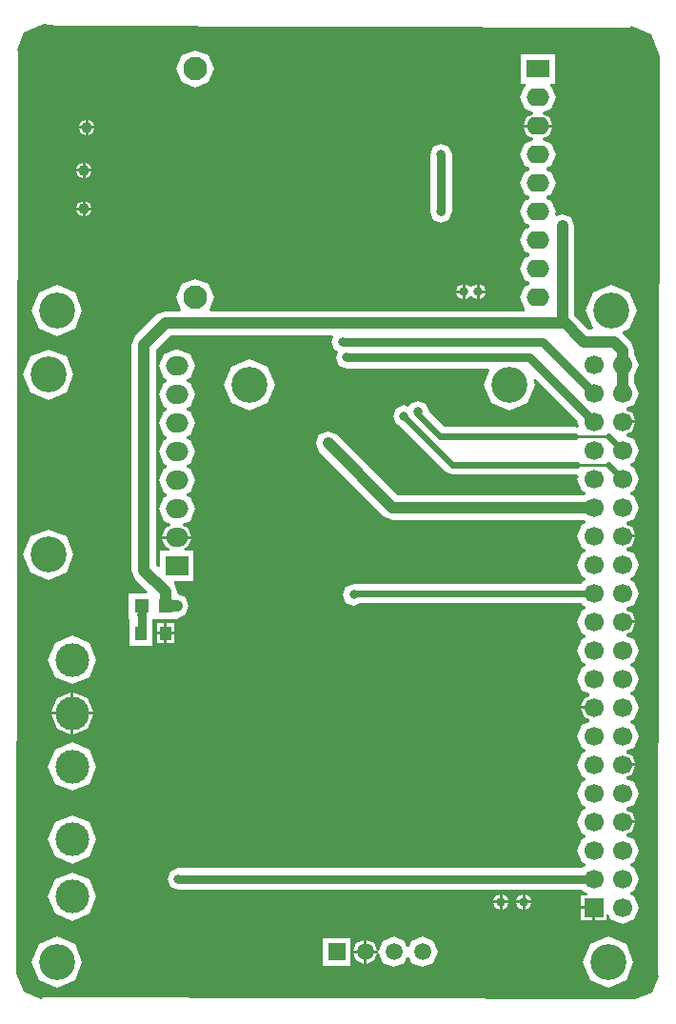
<source format=gtl>
%FSLAX24Y24*%
%MOIN*%
G70*
G01*
G75*
G04 Layer_Physical_Order=1*
G04 Layer_Color=255*
%ADD10R,0.0400X0.0500*%
%ADD11R,0.0500X0.0500*%
%ADD12C,0.0315*%
%ADD13C,0.0394*%
%ADD14C,0.0236*%
%ADD15C,0.0100*%
%ADD16C,0.0827*%
%ADD17O,0.0787X0.0630*%
%ADD18R,0.0787X0.0630*%
%ADD19C,0.1181*%
%ADD20C,0.0591*%
%ADD21R,0.0591X0.0591*%
%ADD22C,0.1260*%
%ADD23C,0.0669*%
%ADD24C,0.0669*%
%ADD25R,0.0669X0.0669*%
%ADD26O,0.0787X0.0669*%
%ADD27R,0.0787X0.0669*%
%ADD28C,0.0315*%
%ADD29C,0.0394*%
G36*
X30650Y45750D02*
X50600Y45700D01*
X50700D01*
Y45712D01*
X50765Y45755D01*
X51465Y45465D01*
X51782Y44700D01*
X51700Y12550D01*
X51700D01*
X51741Y12489D01*
X51512Y11938D01*
X50900Y11684D01*
X30150Y11750D01*
Y11750D01*
X30085Y11707D01*
X29499Y11949D01*
X29230Y12600D01*
X29300Y44850D01*
X29297D01*
X29253Y44915D01*
X29511Y45539D01*
X30200Y45824D01*
X30650Y45750D01*
D02*
G37*
%LPC*%
G36*
X47050Y15358D02*
Y15150D01*
X47258D01*
X47197Y15297D01*
X47050Y15358D01*
D02*
G37*
G36*
X31190Y18142D02*
X30587Y17893D01*
X30338Y17290D01*
X30587Y16687D01*
X31190Y16438D01*
X31793Y16687D01*
X32042Y17290D01*
X31793Y17893D01*
X31190Y18142D01*
D02*
G37*
G36*
Y20692D02*
X30587Y20443D01*
X30338Y19840D01*
X30587Y19237D01*
X31190Y18988D01*
X31793Y19237D01*
X32042Y19840D01*
X31793Y20443D01*
X31190Y20692D01*
D02*
G37*
G36*
X46150Y15358D02*
X46003Y15297D01*
X45942Y15150D01*
X46150D01*
Y15358D01*
D02*
G37*
G36*
X46250D02*
Y15150D01*
X46458D01*
X46397Y15297D01*
X46250Y15358D01*
D02*
G37*
G36*
X46950D02*
X46803Y15297D01*
X46742Y15150D01*
X46950D01*
Y15358D01*
D02*
G37*
G36*
X31140Y21650D02*
X30463D01*
X30661Y21171D01*
X31140Y20973D01*
Y21650D01*
D02*
G37*
G36*
X31190Y24422D02*
X30587Y24173D01*
X30338Y23570D01*
X30587Y22967D01*
X31190Y22718D01*
X31793Y22967D01*
X32042Y23570D01*
X31793Y24173D01*
X31190Y24422D01*
D02*
G37*
G36*
X34400Y24450D02*
X34150D01*
Y24150D01*
X34400D01*
Y24450D01*
D02*
G37*
G36*
X34750D02*
X34500D01*
Y24150D01*
X34750D01*
Y24450D01*
D02*
G37*
G36*
X31917Y21650D02*
X31240D01*
Y20973D01*
X31719Y21171D01*
X31917Y21650D01*
D02*
G37*
G36*
X31140Y22427D02*
X30661Y22229D01*
X30463Y21750D01*
X31140D01*
Y22427D01*
D02*
G37*
G36*
X31240D02*
Y21750D01*
X31917D01*
X31719Y22229D01*
X31240Y22427D01*
D02*
G37*
G36*
X47258Y15050D02*
X47050D01*
Y14842D01*
X47197Y14903D01*
X47258Y15050D01*
D02*
G37*
G36*
X41400Y13300D02*
X41043D01*
X41147Y13047D01*
X41400Y12943D01*
Y13300D01*
D02*
G37*
G36*
X41857D02*
X41500D01*
Y12943D01*
X41753Y13047D01*
X41857Y13300D01*
D02*
G37*
G36*
X41400Y13757D02*
X41147Y13653D01*
X41043Y13400D01*
X41400D01*
Y13757D01*
D02*
G37*
G36*
X30650Y13895D02*
X30017Y13633D01*
X29755Y13000D01*
X30017Y12367D01*
X30650Y12105D01*
X31283Y12367D01*
X31545Y13000D01*
X31283Y13633D01*
X30650Y13895D01*
D02*
G37*
G36*
X49950D02*
X49317Y13633D01*
X49055Y13000D01*
X49317Y12367D01*
X49950Y12105D01*
X50583Y12367D01*
X50845Y13000D01*
X50583Y13633D01*
X49950Y13895D01*
D02*
G37*
G36*
X40942Y13842D02*
X39958D01*
Y12858D01*
X40942D01*
Y13842D01*
D02*
G37*
G36*
X41500Y13757D02*
Y13400D01*
X41857D01*
X41753Y13653D01*
X41500Y13757D01*
D02*
G37*
G36*
X46150Y15050D02*
X45942D01*
X46003Y14903D01*
X46150Y14842D01*
Y15050D01*
D02*
G37*
G36*
X46458D02*
X46250D01*
Y14842D01*
X46397Y14903D01*
X46458Y15050D01*
D02*
G37*
G36*
X46950D02*
X46742D01*
X46803Y14903D01*
X46950Y14842D01*
Y15050D01*
D02*
G37*
G36*
X43450Y13883D02*
X43073Y13727D01*
X42989Y13524D01*
X42911D01*
X42827Y13727D01*
X42450Y13883D01*
X42073Y13727D01*
X41937Y13397D01*
X41911D01*
Y13303D01*
X41937D01*
X42073Y12973D01*
X42450Y12817D01*
X42827Y12973D01*
X42911Y13176D01*
X42989D01*
X43073Y12973D01*
X43450Y12817D01*
X43827Y12973D01*
X43983Y13350D01*
X43827Y13727D01*
X43450Y13883D01*
D02*
G37*
G36*
X31190Y16142D02*
X30587Y15893D01*
X30338Y15290D01*
X30587Y14687D01*
X31190Y14438D01*
X31793Y14687D01*
X32042Y15290D01*
X31793Y15893D01*
X31190Y16142D01*
D02*
G37*
G36*
X49400Y14850D02*
X49015D01*
Y14465D01*
X49400D01*
Y14850D01*
D02*
G37*
G36*
X31550Y40650D02*
X31342D01*
X31403Y40503D01*
X31550Y40442D01*
Y40650D01*
D02*
G37*
G36*
X31858D02*
X31650D01*
Y40442D01*
X31797Y40503D01*
X31858Y40650D01*
D02*
G37*
G36*
X31550Y40958D02*
X31403Y40897D01*
X31342Y40750D01*
X31550D01*
Y40958D01*
D02*
G37*
G36*
X31650Y39608D02*
Y39400D01*
X31858D01*
X31797Y39547D01*
X31650Y39608D01*
D02*
G37*
G36*
X31858Y39300D02*
X31650D01*
Y39092D01*
X31797Y39153D01*
X31858Y39300D01*
D02*
G37*
G36*
X44100Y41634D02*
X43829Y41521D01*
X43716Y41250D01*
Y39250D01*
X43829Y38979D01*
X44100Y38866D01*
X44371Y38979D01*
X44484Y39250D01*
X44484Y39250D01*
X44484Y39250D01*
Y41250D01*
X44371Y41521D01*
X44100Y41634D01*
D02*
G37*
G36*
X31550Y39608D02*
X31403Y39547D01*
X31342Y39400D01*
X31550D01*
Y39608D01*
D02*
G37*
G36*
X31750Y42458D02*
Y42250D01*
X31958D01*
X31897Y42397D01*
X31750Y42458D01*
D02*
G37*
G36*
X48091Y44762D02*
X46909D01*
Y43738D01*
X47061D01*
X47076Y43661D01*
X47030Y43642D01*
X46867Y43250D01*
X47030Y42858D01*
X47322Y42737D01*
Y42658D01*
X47104Y42568D01*
X46993Y42300D01*
X48007D01*
X47896Y42568D01*
X47678Y42658D01*
Y42737D01*
X47970Y42858D01*
X48133Y43250D01*
X47970Y43642D01*
X47924Y43661D01*
X47939Y43738D01*
X48091D01*
Y44762D01*
D02*
G37*
G36*
X35500Y44911D02*
X35033Y44717D01*
X34839Y44250D01*
X35033Y43783D01*
X35500Y43589D01*
X35967Y43783D01*
X36161Y44250D01*
X35967Y44717D01*
X35500Y44911D01*
D02*
G37*
G36*
X31650Y42458D02*
X31503Y42397D01*
X31442Y42250D01*
X31650D01*
Y42458D01*
D02*
G37*
G36*
Y40958D02*
Y40750D01*
X31858D01*
X31797Y40897D01*
X31650Y40958D01*
D02*
G37*
G36*
Y42150D02*
X31442D01*
X31503Y42003D01*
X31650Y41942D01*
Y42150D01*
D02*
G37*
G36*
X31958D02*
X31750D01*
Y41942D01*
X31897Y42003D01*
X31958Y42150D01*
D02*
G37*
G36*
X37400Y34095D02*
X36767Y33833D01*
X36505Y33200D01*
X36767Y32567D01*
X37400Y32305D01*
X38033Y32567D01*
X38295Y33200D01*
X38033Y33833D01*
X37400Y34095D01*
D02*
G37*
G36*
X30350Y34445D02*
X29717Y34183D01*
X29455Y33550D01*
X29717Y32917D01*
X30350Y32655D01*
X30983Y32917D01*
X31245Y33550D01*
X30983Y34183D01*
X30350Y34445D01*
D02*
G37*
G36*
X30650Y36695D02*
X30017Y36433D01*
X29755Y35800D01*
X30017Y35167D01*
X30650Y34905D01*
X31283Y35167D01*
X31545Y35800D01*
X31283Y36433D01*
X30650Y36695D01*
D02*
G37*
G36*
X34909Y34425D02*
X34791D01*
X34384Y34257D01*
X34216Y33850D01*
X34384Y33443D01*
X34514Y33389D01*
Y33311D01*
X34384Y33257D01*
X34216Y32850D01*
X34384Y32443D01*
X34514Y32389D01*
Y32311D01*
X34384Y32257D01*
X34216Y31850D01*
X34384Y31443D01*
X34514Y31389D01*
Y31311D01*
X34384Y31257D01*
X34216Y30850D01*
X34384Y30443D01*
X34514Y30389D01*
Y30311D01*
X34384Y30257D01*
X34216Y29850D01*
X34384Y29443D01*
X34514Y29389D01*
Y29311D01*
X34384Y29257D01*
X34216Y28850D01*
X34384Y28443D01*
X34641Y28337D01*
Y28258D01*
X34458Y28183D01*
X34341Y27900D01*
X35359D01*
X35242Y28183D01*
X35059Y28258D01*
Y28337D01*
X35316Y28443D01*
X35484Y28850D01*
X35316Y29257D01*
X35186Y29311D01*
Y29389D01*
X35316Y29443D01*
X35484Y29850D01*
X35316Y30257D01*
X35186Y30311D01*
Y30389D01*
X35316Y30443D01*
X35484Y30850D01*
X35316Y31257D01*
X35186Y31311D01*
Y31389D01*
X35316Y31443D01*
X35484Y31850D01*
X35316Y32257D01*
X35186Y32311D01*
Y32389D01*
X35316Y32443D01*
X35484Y32850D01*
X35316Y33257D01*
X35186Y33311D01*
Y33389D01*
X35316Y33443D01*
X35484Y33850D01*
X35316Y34257D01*
X34909Y34425D01*
D02*
G37*
G36*
X34400Y24850D02*
X34150D01*
Y24550D01*
X34400D01*
Y24850D01*
D02*
G37*
G36*
X34750D02*
X34500D01*
Y24550D01*
X34750D01*
Y24850D01*
D02*
G37*
G36*
X30350Y28145D02*
X29717Y27883D01*
X29455Y27250D01*
X29717Y26617D01*
X30350Y26355D01*
X30983Y26617D01*
X31245Y27250D01*
X30983Y27883D01*
X30350Y28145D01*
D02*
G37*
G36*
X45450Y36708D02*
Y36500D01*
X45658D01*
X45597Y36647D01*
X45450Y36708D01*
D02*
G37*
G36*
X45350D02*
X45203Y36647D01*
X45189Y36614D01*
X45111D01*
X45097Y36647D01*
X44950Y36708D01*
Y36450D01*
Y36192D01*
X45097Y36253D01*
X45111Y36286D01*
X45189D01*
X45203Y36253D01*
X45350Y36192D01*
Y36450D01*
Y36708D01*
D02*
G37*
G36*
X31550Y39300D02*
X31342D01*
X31403Y39153D01*
X31550Y39092D01*
Y39300D01*
D02*
G37*
G36*
X44850Y36708D02*
X44703Y36647D01*
X44642Y36500D01*
X44850D01*
Y36708D01*
D02*
G37*
G36*
X48007Y42200D02*
X46993D01*
X47104Y41932D01*
X47322Y41842D01*
Y41763D01*
X47030Y41642D01*
X46867Y41250D01*
X47030Y40858D01*
X47196Y40789D01*
Y40711D01*
X47030Y40642D01*
X46867Y40250D01*
X47030Y39858D01*
X47196Y39789D01*
Y39711D01*
X47030Y39642D01*
X46867Y39250D01*
X47030Y38858D01*
X47196Y38789D01*
Y38711D01*
X47030Y38642D01*
X46867Y38250D01*
X47030Y37858D01*
X47196Y37789D01*
Y37711D01*
X47030Y37642D01*
X46867Y37250D01*
X47030Y36858D01*
X47196Y36789D01*
Y36711D01*
X47030Y36642D01*
X46867Y36250D01*
X47030Y35858D01*
X47041Y35853D01*
X47026Y35776D01*
X36035D01*
X35991Y35842D01*
X36161Y36250D01*
X35967Y36717D01*
X35500Y36911D01*
X35033Y36717D01*
X34839Y36250D01*
X35009Y35842D01*
X34965Y35776D01*
X34450D01*
X34149Y35651D01*
X33399Y34901D01*
X33274Y34600D01*
Y26700D01*
X33274Y26700D01*
X33274Y26700D01*
X33399Y26399D01*
X33828Y25970D01*
X33798Y25897D01*
X33180D01*
Y25003D01*
X33203D01*
Y24947D01*
X33203D01*
Y24053D01*
X33997D01*
Y24494D01*
X34011Y24527D01*
Y25003D01*
X34074D01*
Y25005D01*
X34897D01*
Y25045D01*
X35151Y25151D01*
X35276Y25452D01*
X35151Y25753D01*
X34897Y25859D01*
Y25899D01*
X34876D01*
Y25950D01*
X34751Y26251D01*
X34779Y26319D01*
X35441D01*
Y27381D01*
X35116D01*
X35100Y27459D01*
X35242Y27517D01*
X35359Y27800D01*
X34341D01*
X34458Y27517D01*
X34600Y27459D01*
X34584Y27381D01*
X34259D01*
Y26846D01*
X34187Y26816D01*
X34126Y26877D01*
Y34423D01*
X34627Y34924D01*
X40288D01*
X40332Y34858D01*
X40267Y34701D01*
X40266Y34700D01*
X40379Y34429D01*
X40458Y34396D01*
X40488Y34323D01*
X40416Y34150D01*
X40529Y33879D01*
X40800Y33766D01*
X45769D01*
X45813Y33701D01*
X45605Y33200D01*
X45867Y32567D01*
X46500Y32305D01*
X47133Y32567D01*
X47395Y33200D01*
X47322Y33377D01*
X47387Y33420D01*
X48884Y31923D01*
X48875Y31900D01*
X48930Y31766D01*
X48875Y31710D01*
X48800Y31741D01*
X44191D01*
X43683Y32249D01*
X43684Y32250D01*
X43571Y32521D01*
X43300Y32634D01*
X43029Y32521D01*
X43003Y32460D01*
X42931Y32429D01*
X42800Y32484D01*
X42529Y32371D01*
X42416Y32100D01*
X42529Y31829D01*
X42632Y31786D01*
X44259Y30159D01*
X44500Y30059D01*
X48850D01*
X48864Y30065D01*
X48920Y30009D01*
X48875Y29900D01*
X49043Y29493D01*
X49173Y29439D01*
Y29361D01*
X49090Y29326D01*
X42577D01*
X40451Y31451D01*
X40150Y31576D01*
X39849Y31451D01*
X39724Y31150D01*
X39849Y30849D01*
X42099Y28599D01*
X42099Y28599D01*
X42099D01*
X42099Y28599D01*
X42099D01*
Y28599D01*
D01*
D01*
D01*
D01*
X42099D01*
Y28599D01*
D01*
X42400Y28474D01*
X49090D01*
X49173Y28439D01*
Y28361D01*
X49043Y28307D01*
X48875Y27900D01*
X49043Y27493D01*
X49173Y27439D01*
Y27361D01*
X49043Y27307D01*
X48875Y26900D01*
X49043Y26493D01*
X49173Y26439D01*
Y26361D01*
X49043Y26307D01*
X49016Y26241D01*
X41100D01*
X41100Y26241D01*
X41066Y26227D01*
X41050Y26234D01*
X40779Y26121D01*
X40666Y25850D01*
X40779Y25579D01*
X41050Y25466D01*
X41274Y25559D01*
X49016D01*
X49043Y25493D01*
X49173Y25439D01*
Y25361D01*
X49043Y25307D01*
X48875Y24900D01*
X49043Y24493D01*
X49173Y24439D01*
Y24361D01*
X49043Y24307D01*
X48875Y23900D01*
X49043Y23493D01*
X49173Y23439D01*
Y23361D01*
X49043Y23307D01*
X48875Y22900D01*
X49043Y22493D01*
X49300Y22387D01*
Y22308D01*
X49117Y22233D01*
X49000Y21950D01*
X49450D01*
Y21850D01*
X49000D01*
X49117Y21567D01*
X49300Y21492D01*
Y21413D01*
X49043Y21307D01*
X48875Y20900D01*
X49043Y20493D01*
X49173Y20439D01*
Y20361D01*
X49043Y20307D01*
X48875Y19900D01*
X49043Y19493D01*
X49173Y19439D01*
Y19361D01*
X49043Y19307D01*
X48875Y18900D01*
X49043Y18493D01*
X49173Y18439D01*
Y18361D01*
X49043Y18307D01*
X48875Y17900D01*
X49043Y17493D01*
X49173Y17439D01*
Y17361D01*
X49043Y17307D01*
X48875Y16900D01*
X49043Y16493D01*
X49173Y16439D01*
Y16361D01*
X49043Y16307D01*
X49034Y16284D01*
X34900D01*
X34629Y16171D01*
X34516Y15900D01*
X34629Y15629D01*
X34900Y15516D01*
X49034D01*
X49043Y15493D01*
X49240Y15412D01*
X49224Y15335D01*
X49015D01*
Y14950D01*
X49450D01*
Y14900D01*
X49500D01*
Y14465D01*
X49885D01*
Y14674D01*
X49962Y14690D01*
X50043Y14493D01*
X50450Y14325D01*
X50857Y14493D01*
X51025Y14900D01*
X50857Y15307D01*
X50727Y15361D01*
Y15439D01*
X50857Y15493D01*
X51025Y15900D01*
X50857Y16307D01*
X50727Y16361D01*
Y16439D01*
X50857Y16493D01*
X51025Y16900D01*
X50857Y17307D01*
X50600Y17413D01*
Y17492D01*
X50783Y17567D01*
X50900Y17850D01*
X50450D01*
Y17950D01*
X50900D01*
X50783Y18233D01*
X50600Y18308D01*
Y18387D01*
X50857Y18493D01*
X51025Y18900D01*
X50857Y19307D01*
X50600Y19413D01*
Y19492D01*
X50783Y19567D01*
X50900Y19850D01*
X50450D01*
Y19950D01*
X50900D01*
X50783Y20233D01*
X50600Y20308D01*
Y20387D01*
X50857Y20493D01*
X51025Y20900D01*
X50857Y21307D01*
X50727Y21361D01*
Y21439D01*
X50857Y21493D01*
X51025Y21900D01*
X50857Y22307D01*
X50727Y22361D01*
Y22439D01*
X50857Y22493D01*
X51025Y22900D01*
X50857Y23307D01*
X50727Y23361D01*
Y23439D01*
X50857Y23493D01*
X51025Y23900D01*
X50857Y24307D01*
X50600Y24413D01*
Y24492D01*
X50783Y24567D01*
X50900Y24850D01*
X50450D01*
Y24950D01*
X50900D01*
X50783Y25233D01*
X50600Y25308D01*
Y25387D01*
X50857Y25493D01*
X51025Y25900D01*
X50857Y26307D01*
X50727Y26361D01*
Y26439D01*
X50857Y26493D01*
X51025Y26900D01*
X50857Y27307D01*
X50600Y27413D01*
Y27492D01*
X50783Y27567D01*
X50900Y27850D01*
X50450D01*
Y27950D01*
X50900D01*
X50783Y28233D01*
X50600Y28308D01*
Y28387D01*
X50857Y28493D01*
X51025Y28900D01*
X50857Y29307D01*
X50727Y29361D01*
Y29439D01*
X50857Y29493D01*
X51025Y29900D01*
X50857Y30307D01*
X50727Y30361D01*
Y30439D01*
X50857Y30493D01*
X51025Y30900D01*
X50857Y31307D01*
X50600Y31413D01*
Y31492D01*
X50783Y31567D01*
X50900Y31850D01*
X50450D01*
Y31950D01*
X50900D01*
X50783Y32233D01*
X50600Y32308D01*
Y32387D01*
X50857Y32493D01*
X51025Y32900D01*
X50876Y33260D01*
Y33540D01*
X51025Y33900D01*
X50876Y34260D01*
Y34400D01*
X50751Y34701D01*
X50457Y34996D01*
X50472Y35073D01*
X50700Y35167D01*
X50962Y35800D01*
X50700Y36433D01*
X50067Y36695D01*
X49435Y36433D01*
X49173Y35800D01*
X49425Y35192D01*
X49381Y35126D01*
X49277D01*
X48776Y35627D01*
Y38750D01*
X48651Y39051D01*
X48350Y39176D01*
X48146Y39092D01*
X48090Y39147D01*
X48133Y39250D01*
X47970Y39642D01*
X47804Y39711D01*
Y39789D01*
X47970Y39858D01*
X48133Y40250D01*
X47970Y40642D01*
X47804Y40711D01*
Y40789D01*
X47970Y40858D01*
X48133Y41250D01*
X47970Y41642D01*
X47678Y41763D01*
Y41842D01*
X47896Y41932D01*
X48007Y42200D01*
D02*
G37*
G36*
X44850Y36400D02*
X44642D01*
X44703Y36253D01*
X44850Y36192D01*
Y36400D01*
D02*
G37*
G36*
X45658D02*
X45450D01*
Y36192D01*
X45597Y36253D01*
X45658Y36400D01*
D02*
G37*
%LPD*%
G54D10*
X33600Y24500D02*
D03*
X34450D02*
D03*
G54D11*
X33627Y25450D02*
D03*
X34450Y25452D02*
D03*
G54D12*
X34900Y15900D02*
X49450D01*
X44100Y39250D02*
Y41250D01*
X33627Y24527D02*
Y25450D01*
X33600Y25150D02*
X33627Y25177D01*
X50450Y28900D02*
X50600D01*
X40800Y34150D02*
X47200D01*
X49450Y31900D01*
X40650Y34700D02*
X47650D01*
X49450Y32900D01*
G54D13*
X34450Y25452D02*
Y25950D01*
X33700Y26700D02*
X34450Y25950D01*
X33700Y26700D02*
Y34600D01*
X40150Y31150D02*
X42400Y28900D01*
X49450D01*
X50450Y32900D02*
Y33900D01*
X48350Y35450D02*
Y38750D01*
Y35450D02*
X49100Y34700D01*
X50150D01*
X50450Y34400D01*
Y33900D02*
Y34400D01*
X34450Y25452D02*
X34850D01*
X33700Y34600D02*
X34450Y35350D01*
X48450D01*
G54D14*
X41050Y25850D02*
X41100Y25900D01*
X49450D01*
X49950Y31400D02*
X50450Y30900D01*
X44050Y31400D02*
X48800D01*
X43250Y32200D02*
X44050Y31400D01*
X49950Y30400D02*
X50450Y29900D01*
X44500Y30400D02*
X48850D01*
X42800Y32100D02*
X44500Y30400D01*
G54D15*
X48800Y31400D02*
X49950D01*
X48850Y30400D02*
X49950D01*
G54D16*
X35500Y44250D02*
D03*
Y36250D02*
D03*
G54D17*
X47500Y38250D02*
D03*
Y40250D02*
D03*
Y41250D02*
D03*
Y42250D02*
D03*
Y43250D02*
D03*
Y39250D02*
D03*
Y37250D02*
D03*
Y36250D02*
D03*
G54D18*
Y44250D02*
D03*
G54D19*
X31190Y17290D02*
D03*
Y15290D02*
D03*
Y23570D02*
D03*
Y21700D02*
D03*
Y19840D02*
D03*
G54D20*
X43450Y13350D02*
D03*
X42450D02*
D03*
X41450D02*
D03*
G54D21*
X40450D02*
D03*
G54D22*
X37400Y33200D02*
D03*
X46500D02*
D03*
X30650Y35800D02*
D03*
X50067D02*
D03*
X30650Y13000D02*
D03*
X49950D02*
D03*
X30350Y27250D02*
D03*
Y33550D02*
D03*
G54D23*
X50450Y28900D02*
D03*
X49450D02*
D03*
X50450Y29900D02*
D03*
X49450D02*
D03*
X50450Y30900D02*
D03*
X49450D02*
D03*
X50450Y31900D02*
D03*
X49450D02*
D03*
X50450Y24900D02*
D03*
X49450D02*
D03*
X50450Y25900D02*
D03*
X49450D02*
D03*
X50450Y26900D02*
D03*
X49450D02*
D03*
X50450Y27900D02*
D03*
X49450D02*
D03*
X50450Y32900D02*
D03*
X49450D02*
D03*
X50450Y33900D02*
D03*
X49450D02*
D03*
G54D24*
X50450Y22900D02*
D03*
X49450D02*
D03*
Y20900D02*
D03*
X50450D02*
D03*
Y19900D02*
D03*
X49450D02*
D03*
X50450Y17900D02*
D03*
X49450D02*
D03*
X50450Y16900D02*
D03*
X49450D02*
D03*
X50450Y15900D02*
D03*
X49450D02*
D03*
X50450Y14900D02*
D03*
X49450Y18900D02*
D03*
X50450D02*
D03*
Y21900D02*
D03*
X49450D02*
D03*
X50450Y23900D02*
D03*
X49450D02*
D03*
G54D25*
Y14900D02*
D03*
G54D26*
X34850Y28850D02*
D03*
Y33850D02*
D03*
Y32850D02*
D03*
Y31850D02*
D03*
Y30850D02*
D03*
Y29850D02*
D03*
Y27850D02*
D03*
G54D27*
Y26850D02*
D03*
G54D28*
X34900Y15900D02*
D03*
X44100Y39250D02*
D03*
Y41250D02*
D03*
X42800Y32100D02*
D03*
X43300Y32250D02*
D03*
X48350Y38750D02*
D03*
X40650Y34700D02*
D03*
X40800Y34150D02*
D03*
X41050Y25850D02*
D03*
X34850Y25450D02*
D03*
X40150Y31150D02*
D03*
X46200Y15100D02*
D03*
X47000D02*
D03*
X44900Y36450D02*
D03*
X45400D02*
D03*
G54D29*
X31700Y42200D02*
D03*
X31600Y40700D02*
D03*
Y39350D02*
D03*
M02*

</source>
